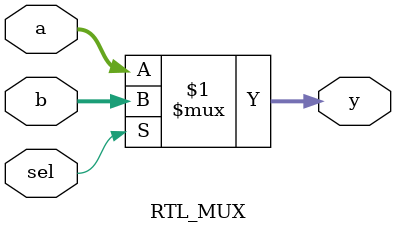
<source format=sv>
module RTL_MUX(
    input  logic [31:0] a,    // Input 1 (PC + 4)
    input  logic [31:0] b,    // Input 2 (branch target)
    input  logic sel,         // Select signal
    output logic [31:0] y     // Output: selected input
);
    assign y = sel ? b : a;   // If sel = 1, choose b, else choose a
endmodule

</source>
